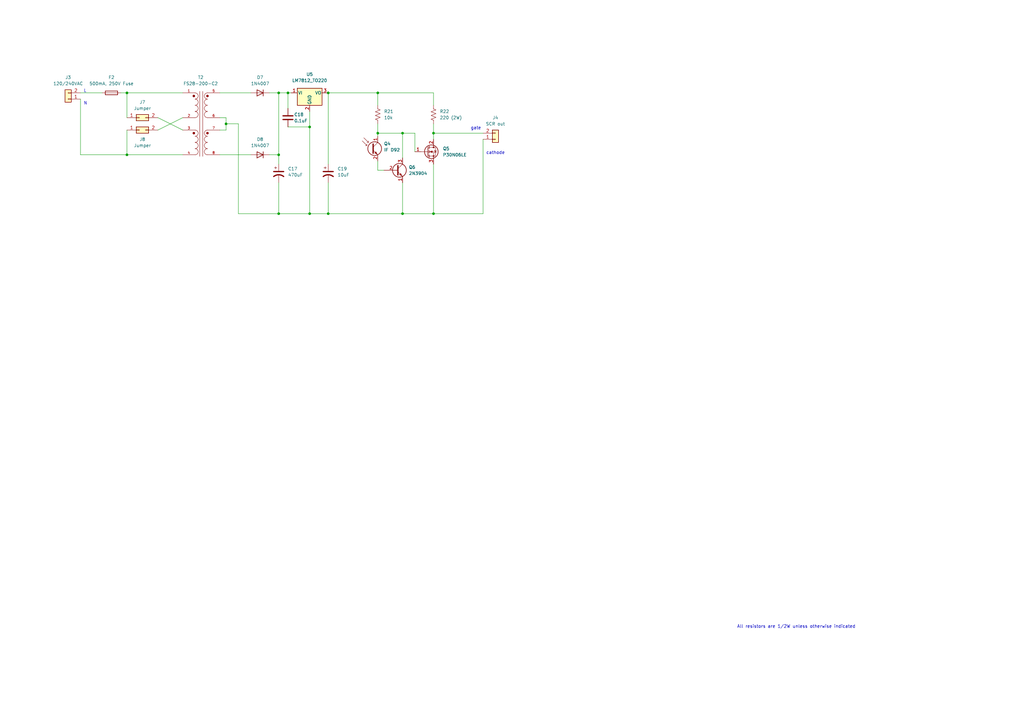
<source format=kicad_sch>
(kicad_sch (version 20211123) (generator eeschema)
  (paper "A3")
  (lib_symbols
    (symbol "Connector_Generic:Conn_01x02" (pin_names (offset 1.016) hide)
      (property "Reference" "J" (at 0 2.54 0))
      (property "Value" "Conn_01x02" (at 0 -5.08 0))
      (symbol "Conn_01x02_1_1"
        (rectangle (start -1.27 -2.413) (end 0 -2.667) (stroke (width 0.1524)))
        (rectangle (start -1.27 0.127) (end 0 -0.127) (stroke (width 0.1524)))
        (rectangle (start -1.27 1.27) (end 1.27 -3.81) (stroke (width 0.254)) (fill (type background)))
        (pin passive line (at -5.08 0 0) (length 3.81) (name "Pin_1") (number "1"))
        (pin passive line (at -5.08 -2.54 0) (length 3.81) (name "Pin_2") (number "2"))
      )
    )
    (symbol "Connector_Generic:Conn_02x01" (pin_names (offset 1.016) hide)
      (property "Reference" "J" (at 1.27 2.54 0))
      (property "Value" "Conn_02x01" (at 1.27 -2.54 0))
      (symbol "Conn_02x01_1_1"
        (rectangle (start -1.27 0.127) (end 0 -0.127) (stroke (width 0.1524)))
        (rectangle (start -1.27 1.27) (end 3.81 -1.27) (stroke (width 0.254)) (fill (type background)))
        (rectangle (start 3.81 0.127) (end 2.54 -0.127) (stroke (width 0.1524)))
        (pin passive line (at -5.08 0 0) (length 3.81) (name "Pin_1") (number "1"))
        (pin passive line (at 7.62 0 180) (length 3.81) (name "Pin_2") (number "2"))
      )
    )
    (symbol "Device:C" (pin_numbers hide) (pin_names (offset 0.254))
      (property "Reference" "C" (at 0.635 2.54 0))
      (property "Value" "C" (at 0.635 -2.54 0))
      (symbol "C_0_1"
        (polyline (pts (xy -2.032 -0.762) (xy 2.032 -0.762)) (stroke (width 0.508)))
        (polyline (pts (xy -2.032 0.762) (xy 2.032 0.762)) (stroke (width 0.508)))
      )
      (symbol "C_1_1"
        (pin passive line (at 0 3.81 270) (length 2.794) (name "~") (number "1"))
        (pin passive line (at 0 -3.81 90) (length 2.794) (name "~") (number "2"))
      )
    )
    (symbol "Device:C_Polarized_US" (pin_numbers hide) (pin_names (offset 0.254) hide)
      (property "Reference" "C" (at 0.635 2.54 0))
      (property "Value" "C_Polarized_US" (at 0.635 -2.54 0))
      (symbol "C_Polarized_US_0_1"
        (polyline (pts (xy -2.032 0.762) (xy 2.032 0.762)) (stroke (width 0.508)))
        (polyline (pts (xy -1.778 2.286) (xy -0.762 2.286)))
        (polyline (pts (xy -1.27 1.778) (xy -1.27 2.794)))
        (arc (start 2.032 -1.27) (mid 0 -0.5572) (end -2.032 -1.27) (stroke (width 0.508)))
      )
      (symbol "C_Polarized_US_1_1"
        (pin passive line (at 0 3.81 270) (length 2.794) (name "~") (number "1"))
        (pin passive line (at 0 -3.81 90) (length 3.302) (name "~") (number "2"))
      )
    )
    (symbol "Device:Fuse" (pin_numbers hide) (pin_names (offset 0))
      (property "Reference" "F" (at 2.032 0 90))
      (property "Value" "Fuse" (at -1.905 0 90))
      (symbol "Fuse_0_1"
        (rectangle (start -0.762 -2.54) (end 0.762 2.54) (stroke (width 0.254)))
        (polyline (pts (xy 0 2.54) (xy 0 -2.54)))
      )
      (symbol "Fuse_1_1"
        (pin passive line (at 0 3.81 270) (length 1.27) (name "~") (number "1"))
        (pin passive line (at 0 -3.81 90) (length 1.27) (name "~") (number "2"))
      )
    )
    (symbol "Device:Q_NMOS_GDS" (pin_names (offset 0) hide)
      (property "Reference" "Q" (at 5.08 1.27 0))
      (property "Value" "Q_NMOS_GDS" (at 5.08 -1.27 0))
      (symbol "Q_NMOS_GDS_0_1"
        (polyline (pts (xy 0.254 0) (xy -2.54 0)))
        (polyline (pts (xy 0.254 1.905) (xy 0.254 -1.905)) (stroke (width 0.254)))
        (polyline (pts (xy 0.762 -1.27) (xy 0.762 -2.286)) (stroke (width 0.254)))
        (polyline (pts (xy 0.762 0.508) (xy 0.762 -0.508)) (stroke (width 0.254)))
        (polyline (pts (xy 0.762 2.286) (xy 0.762 1.27)) (stroke (width 0.254)))
        (polyline (pts (xy 2.54 2.54) (xy 2.54 1.778)))
        (polyline (pts (xy 2.54 -2.54) (xy 2.54 0) (xy 0.762 0)))
        (polyline (pts (xy 0.762 -1.778) (xy 3.302 -1.778) (xy 3.302 1.778) (xy 0.762 1.778)))
        (polyline (pts (xy 1.016 0) (xy 2.032 0.381) (xy 2.032 -0.381) (xy 1.016 0)) (fill (type outline)))
        (polyline (pts (xy 2.794 0.508) (xy 2.921 0.381) (xy 3.683 0.381) (xy 3.81 0.254)))
        (polyline (pts (xy 3.302 0.381) (xy 2.921 -0.254) (xy 3.683 -0.254) (xy 3.302 0.381)))
        (circle (center 1.651 0) (radius 2.794) (stroke (width 0.254)))
        (circle (center 2.54 -1.778) (radius 0.254) (fill (type outline)))
        (circle (center 2.54 1.778) (radius 0.254) (fill (type outline)))
      )
      (symbol "Q_NMOS_GDS_1_1"
        (pin input line (at -5.08 0 0) (length 2.54) (name "G") (number "1"))
        (pin passive line (at 2.54 5.08 270) (length 2.54) (name "D") (number "2"))
        (pin passive line (at 2.54 -5.08 90) (length 2.54) (name "S") (number "3"))
      )
    )
    (symbol "Device:Q_Photo_NPN" (pin_names (offset 0) hide)
      (property "Reference" "Q" (at 5.08 1.27 0))
      (property "Value" "Q_Photo_NPN" (at 5.08 -1.27 0))
      (symbol "Q_Photo_NPN_0_1"
        (polyline (pts (xy -1.905 1.27) (xy -2.54 1.27)))
        (polyline (pts (xy -1.27 2.54) (xy -1.905 2.54)))
        (polyline (pts (xy 0.635 0.635) (xy 2.54 2.54)))
        (polyline (pts (xy -3.81 3.175) (xy -1.905 1.27) (xy -1.905 1.905)))
        (polyline (pts (xy -3.175 4.445) (xy -1.27 2.54) (xy -1.27 3.175)))
        (polyline (pts (xy 0.635 -0.635) (xy 2.54 -2.54) (xy 2.54 -2.54)))
        (polyline (pts (xy 0.635 1.905) (xy 0.635 -1.905) (xy 0.635 -1.905)) (stroke (width 0.508)))
        (polyline (pts (xy 1.27 -1.778) (xy 1.778 -1.27) (xy 2.286 -2.286) (xy 1.27 -1.778) (xy 1.27 -1.778)) (fill (type outline)))
        (circle (center 1.27 0) (radius 2.8194) (stroke (width 0.254)))
      )
      (symbol "Q_Photo_NPN_1_1"
        (pin passive line (at 2.54 5.08 270) (length 2.54) (name "C") (number "1"))
        (pin passive line (at 2.54 -5.08 90) (length 2.54) (name "E") (number "2"))
      )
    )
    (symbol "Device:R_US" (pin_numbers hide) (pin_names (offset 0))
      (property "Reference" "R" (at 2.54 0 90))
      (property "Value" "R_US" (at -2.54 0 90))
      (symbol "R_US_0_1"
        (polyline (pts (xy 0 -2.286) (xy 0 -2.54)))
        (polyline (pts (xy 0 2.286) (xy 0 2.54)))
        (polyline (pts (xy 0 -0.762) (xy 1.016 -1.143) (xy 0 -1.524) (xy -1.016 -1.905) (xy 0 -2.286)))
        (polyline (pts (xy 0 0.762) (xy 1.016 0.381) (xy 0 0) (xy -1.016 -0.381) (xy 0 -0.762)))
        (polyline (pts (xy 0 2.286) (xy 1.016 1.905) (xy 0 1.524) (xy -1.016 1.143) (xy 0 0.762)))
      )
      (symbol "R_US_1_1"
        (pin passive line (at 0 3.81 270) (length 1.27) (name "~") (number "1"))
        (pin passive line (at 0 -3.81 90) (length 1.27) (name "~") (number "2"))
      )
    )
    (symbol "Diode:1N4007" (pin_numbers hide) (pin_names (offset 1.016) hide)
      (property "Reference" "D" (at 0 2.54 0))
      (property "Value" "1N4007" (at 0 -2.54 0))
      (symbol "1N4007_0_1"
        (polyline (pts (xy -1.27 1.27) (xy -1.27 -1.27)) (stroke (width 0.254)))
        (polyline (pts (xy 1.27 0) (xy -1.27 0)))
        (polyline (pts (xy 1.27 1.27) (xy 1.27 -1.27) (xy -1.27 0) (xy 1.27 1.27)) (stroke (width 0.254)))
      )
      (symbol "1N4007_1_1"
        (pin passive line (at -3.81 0 0) (length 2.54) (name "K") (number "1"))
        (pin passive line (at 3.81 0 180) (length 2.54) (name "A") (number "2"))
      )
    )
    (symbol "FS28-200-C2:FS28-200-C2" (pin_names (offset 1.016) hide)
      (property "Reference" "T" (at -5.08 15.24 0))
      (property "Value" "FS28-200-C2" (at -5.08 -17.78 0))
      (symbol "FS28-200-C2_0_0"
        (circle (center -3.048 -3.81) (radius 0.254) (stroke (width 0.508)))
        (circle (center -3.048 11.43) (radius 0.254) (stroke (width 0.508)))
        (arc (start -2.54 -12.7) (mid -1.27 -11.43) (end -2.54 -10.16) (stroke (width 0.1524)))
        (arc (start -2.54 -10.16) (mid -1.27 -8.89) (end -2.54 -7.62) (stroke (width 0.1524)))
        (arc (start -2.54 -7.62) (mid -1.27 -6.35) (end -2.54 -5.08) (stroke (width 0.1524)))
        (arc (start -2.54 -5.08) (mid -1.27 -3.81) (end -2.54 -2.54) (stroke (width 0.1524)))
        (arc (start -2.54 2.54) (mid -1.27 3.81) (end -2.54 5.08) (stroke (width 0.1524)))
        (arc (start -2.54 5.08) (mid -1.27 6.35) (end -2.54 7.62) (stroke (width 0.1524)))
        (arc (start -2.54 7.62) (mid -1.27 8.89) (end -2.54 10.16) (stroke (width 0.1524)))
        (arc (start -2.54 10.16) (mid -1.27 11.43) (end -2.54 12.7) (stroke (width 0.1524)))
        (polyline (pts (xy -0.635 13.335) (xy -0.635 -13.335)) (stroke (width 0.1524)))
        (polyline (pts (xy 0.635 13.335) (xy 0.635 -13.335)) (stroke (width 0.1524)))
        (arc (start 2.54 -10.16) (mid 1.27 -11.43) (end 2.54 -12.7) (stroke (width 0.1524)))
        (arc (start 2.54 -7.62) (mid 1.27 -8.89) (end 2.54 -10.16) (stroke (width 0.1524)))
        (arc (start 2.54 -5.08) (mid 1.27 -6.35) (end 2.54 -7.62) (stroke (width 0.1524)))
        (circle (center 2.54 -3.81) (radius 0.254) (stroke (width 0.508)))
        (arc (start 2.54 -2.54) (mid 1.27 -3.81) (end 2.54 -5.08) (stroke (width 0.1524)))
        (arc (start 2.54 5.08) (mid 1.27 3.81) (end 2.54 2.54) (stroke (width 0.1524)))
        (arc (start 2.54 7.62) (mid 1.27 6.35) (end 2.54 5.08) (stroke (width 0.1524)))
        (arc (start 2.54 10.16) (mid 1.27 8.89) (end 2.54 7.62) (stroke (width 0.1524)))
        (circle (center 2.54 11.43) (radius 0.254) (stroke (width 0.508)))
        (arc (start 2.54 12.7) (mid 1.27 11.43) (end 2.54 10.16) (stroke (width 0.1524)))
        (pin passive line (at -7.62 12.7 0) (length 5.08) (name "~") (number "1"))
        (pin passive line (at -7.62 2.54 0) (length 5.08) (name "~") (number "2"))
        (pin passive line (at -7.62 -2.54 0) (length 5.08) (name "~") (number "3"))
        (pin passive line (at -7.62 -12.7 0) (length 5.08) (name "~") (number "4"))
        (pin passive line (at 7.62 12.7 180) (length 5.08) (name "~") (number "5"))
        (pin passive line (at 7.62 2.54 180) (length 5.08) (name "~") (number "6"))
        (pin passive line (at 7.62 -2.54 180) (length 5.08) (name "~") (number "7"))
        (pin passive line (at 7.62 -12.7 180) (length 5.08) (name "~") (number "8"))
      )
    )
    (symbol "Regulator_Linear:LM7812_TO220" (pin_names (offset 0.254))
      (property "Reference" "U" (at -3.81 3.175 0))
      (property "Value" "LM7812_TO220" (at 0 3.175 0))
      (symbol "LM7812_TO220_0_1"
        (rectangle (start -5.08 1.905) (end 5.08 -5.08) (stroke (width 0.254)) (fill (type background)))
      )
      (symbol "LM7812_TO220_1_1"
        (pin power_in line (at -7.62 0 0) (length 2.54) (name "VI") (number "1"))
        (pin power_in line (at 0 -7.62 90) (length 2.54) (name "GND") (number "2"))
        (pin power_out line (at 7.62 0 180) (length 2.54) (name "VO") (number "3"))
      )
    )
    (symbol "Transistor_BJT:2N3904" (pin_names (offset 0) hide)
      (property "Reference" "Q" (at 5.08 1.905 0))
      (property "Value" "2N3904" (at 5.08 0 0))
      (symbol "2N3904_0_1"
        (polyline (pts (xy 0.635 0.635) (xy 2.54 2.54)))
        (polyline (pts (xy 0.635 -0.635) (xy 2.54 -2.54) (xy 2.54 -2.54)))
        (polyline (pts (xy 0.635 1.905) (xy 0.635 -1.905) (xy 0.635 -1.905)) (stroke (width 0.508)))
        (polyline (pts (xy 1.27 -1.778) (xy 1.778 -1.27) (xy 2.286 -2.286) (xy 1.27 -1.778) (xy 1.27 -1.778)) (fill (type outline)))
        (circle (center 1.27 0) (radius 2.8194) (stroke (width 0.254)))
      )
      (symbol "2N3904_1_1"
        (pin passive line (at 2.54 -5.08 90) (length 2.54) (name "E") (number "1"))
        (pin passive line (at -5.08 0 0) (length 5.715) (name "B") (number "2"))
        (pin passive line (at 2.54 5.08 270) (length 2.54) (name "C") (number "3"))
      )
    )
  )
  (junction (at 52.07 38.1))
  (junction (at 114.3 38.1))
  (junction (at 114.3 87.63))
  (junction (at 118.11 38.1))
  (junction (at 127 87.63))
  (junction (at 92.71 50.8))
  (junction (at 134.62 38.1))
  (junction (at 154.94 54.61))
  (junction (at 114.3 63.5))
  (junction (at 52.07 63.5))
  (junction (at 165.1 87.63))
  (junction (at 177.8 87.63))
  (junction (at 177.8 54.61))
  (junction (at 154.94 38.1))
  (junction (at 127 52.07))
  (junction (at 165.1 54.61))
  (junction (at 134.62 87.63))
  (wire (pts (xy 134.62 74.93) (xy 134.62 87.63)))
  (wire (pts (xy 110.49 38.1) (xy 114.3 38.1)))
  (wire (pts (xy 198.12 57.15) (xy 198.12 87.63)))
  (wire (pts (xy 33.02 38.1) (xy 41.91 38.1)))
  (wire (pts (xy 49.53 38.1) (xy 52.07 38.1)))
  (wire (pts (xy 97.79 50.8) (xy 97.79 87.63)))
  (wire (pts (xy 118.11 38.1) (xy 119.38 38.1)))
  (wire (pts (xy 97.79 87.63) (xy 114.3 87.63)))
  (wire (pts (xy 177.8 87.63) (xy 177.8 67.31)))
  (wire (pts (xy 127 52.07) (xy 127 45.72)))
  (wire (pts (xy 154.94 54.61) (xy 154.94 55.88)))
  (wire (pts (xy 127 87.63) (xy 114.3 87.63)))
  (wire (pts (xy 52.07 38.1) (xy 52.07 48.26)))
  (wire (pts (xy 154.94 38.1) (xy 177.8 38.1)))
  (wire (pts (xy 118.11 44.45) (xy 118.11 38.1)))
  (wire (pts (xy 127 52.07) (xy 127 87.63)))
  (wire (pts (xy 92.71 50.8) (xy 92.71 53.34)))
  (wire (pts (xy 165.1 74.93) (xy 165.1 87.63)))
  (wire (pts (xy 134.62 87.63) (xy 127 87.63)))
  (wire (pts (xy 92.71 50.8) (xy 97.79 50.8)))
  (wire (pts (xy 170.18 54.61) (xy 165.1 54.61)))
  (wire (pts (xy 177.8 38.1) (xy 177.8 43.18)))
  (wire (pts (xy 165.1 54.61) (xy 165.1 64.77)))
  (wire (pts (xy 134.62 38.1) (xy 154.94 38.1)))
  (wire (pts (xy 170.18 62.23) (xy 170.18 54.61)))
  (wire (pts (xy 64.77 53.34) (xy 74.93 48.26)))
  (wire (pts (xy 52.07 38.1) (xy 74.93 38.1)))
  (wire (pts (xy 177.8 54.61) (xy 177.8 57.15)))
  (wire (pts (xy 33.02 63.5) (xy 33.02 40.64)))
  (wire (pts (xy 90.17 63.5) (xy 102.87 63.5)))
  (wire (pts (xy 198.12 87.63) (xy 177.8 87.63)))
  (wire (pts (xy 154.94 50.8) (xy 154.94 54.61)))
  (wire (pts (xy 134.62 87.63) (xy 165.1 87.63)))
  (wire (pts (xy 177.8 54.61) (xy 198.12 54.61)))
  (wire (pts (xy 154.94 38.1) (xy 154.94 43.18)))
  (wire (pts (xy 90.17 48.26) (xy 92.71 48.26)))
  (wire (pts (xy 92.71 53.34) (xy 90.17 53.34)))
  (wire (pts (xy 52.07 63.5) (xy 74.93 63.5)))
  (wire (pts (xy 134.62 38.1) (xy 134.62 67.31)))
  (wire (pts (xy 114.3 74.93) (xy 114.3 87.63)))
  (wire (pts (xy 64.77 48.26) (xy 74.93 53.34)))
  (wire (pts (xy 177.8 50.8) (xy 177.8 54.61)))
  (wire (pts (xy 52.07 53.34) (xy 52.07 63.5)))
  (wire (pts (xy 157.48 69.85) (xy 154.94 69.85)))
  (wire (pts (xy 90.17 38.1) (xy 102.87 38.1)))
  (wire (pts (xy 92.71 48.26) (xy 92.71 50.8)))
  (wire (pts (xy 114.3 38.1) (xy 114.3 63.5)))
  (wire (pts (xy 114.3 38.1) (xy 118.11 38.1)))
  (wire (pts (xy 110.49 63.5) (xy 114.3 63.5)))
  (wire (pts (xy 165.1 87.63) (xy 177.8 87.63)))
  (wire (pts (xy 114.3 63.5) (xy 114.3 67.31)))
  (wire (pts (xy 154.94 69.85) (xy 154.94 66.04)))
  (wire (pts (xy 118.11 52.07) (xy 127 52.07)))
  (wire (pts (xy 165.1 54.61) (xy 154.94 54.61)))
  (wire (pts (xy 33.02 63.5) (xy 52.07 63.5)))
  (text "gate" (at 193.04 53.34 0) (effects (font (size 1.27 1.27)) (justify left bottom)))
  (text "cathode" (at 199.39 63.5 0) (effects (font (size 1.27 1.27)) (justify left bottom)))
  (text "L" (at 34.29 38.1 0) (effects (font (size 1.27 1.27)) (justify left bottom)))
  (text "All resistors are 1/2W unless otherwise indicated" (at 302.26 257.81 0) (effects (font (size 1.27 1.27)) (justify left bottom)))
  (text "N" (at 34.29 43.18 0) (effects (font (size 1.27 1.27)) (justify left bottom)))
  (symbol (lib_id "Connector_Generic:Conn_01x02") (at 203.2 57.15 0) (mirror x) (unit 1)
    (property "Reference" "J4" (at 203.2 48.26 0))
    (property "Value" "SCR out" (at 203.2 50.8 0))
    (property "Footprint" "TB007-508-02GR:CUI_TB007-508-02GR" (effects hide))
  )
  (symbol (lib_id "Device:Q_Photo_NPN") (at 152.4 60.96 0) (unit 1)
    (property "Reference" "Q4" (at 157.48 58.9406 0) (effects (justify left)))
    (property "Value" "IF D92" (at 157.48 61.4806 0) (effects (justify left)))
    (property "Footprint" "IF-E91A:IF-E91A" (effects hide))
  )
  (symbol (lib_id "Diode:1N4007") (at 106.68 38.1 180) (unit 1)
    (property "Reference" "D7" (at 106.68 31.75 0))
    (property "Value" "1N4007" (at 106.68 34.29 0))
    (property "Footprint" "Diode_THT:D_DO-41_SOD81_P10.16mm_Horizontal" (effects hide))
    (property "Datasheet" "http://www.vishay.com/docs/88503/1n4001.pdf" (effects hide))
    (property "Spice_Primitive" "D" (effects hide))
    (property "Spice_Model" "1N4007" (effects hide))
    (property "Spice_Netlist_Enabled" "Y" (effects hide))
    (property "Spice_Lib_File" "/media/nick/3TB_HDD/College Documents/Personal/Coil Labs Files/kicad_spice_library/Models/Diode/DIODE2.lib" (effects hide))
  )
  (symbol (lib_id "Regulator_Linear:LM7812_TO220") (at 127 38.1 0) (unit 1)
    (property "Reference" "U5" (at 127 30.48 0))
    (property "Value" "LM7812_TO220" (at 127 33.02 0))
    (property "Footprint" "Package_TO_SOT_THT:TO-220-3_Vertical" (effects hide))
    (property "Datasheet" "https://www.onsemi.cn/PowerSolutions/document/MC7800-D.PDF" (effects hide))
    (property "Spice_Primitive" "X" (effects hide))
    (property "Spice_Model" "LM7812" (effects hide))
    (property "Spice_Netlist_Enabled" "Y" (effects hide))
    (property "Spice_Lib_File" "/media/nick/3TB_HDD/College Documents/Personal/Coil Labs Files/kicad_spice_library/Models/uncategorized/Bordodynovs Electronics Lib/sub/regulators.lib" (effects hide))
  )
  (symbol (lib_id "Device:C_Polarized_US") (at 134.62 71.12 0) (unit 1)
    (property "Reference" "C19" (at 138.43 69.2149 0) (effects (justify left)))
    (property "Value" "10uF" (at 138.43 71.7549 0) (effects (justify left)))
    (property "Footprint" "Capacitor_THT:CP_Radial_D5.0mm_P2.00mm" (effects hide))
    (property "Spice_Primitive" "C" (effects hide))
    (property "Spice_Model" "10u" (effects hide))
    (property "Spice_Netlist_Enabled" "Y" (effects hide))
  )
  (symbol (lib_id "Connector_Generic:Conn_02x01") (at 57.15 48.26 0) (unit 1)
    (property "Reference" "J7" (at 58.42 41.91 0))
    (property "Value" "Jumper" (at 58.42 44.45 0))
    (property "Footprint" "Connector_PinHeader_2.54mm:PinHeader_2x01_P2.54mm_Vertical" (effects hide))
  )
  (symbol (lib_id "FS28-200-C2:FS28-200-C2") (at 82.55 50.8 0) (unit 1)
    (property "Reference" "T2" (at 82.296 31.75 0))
    (property "Value" "FS28-200-C2" (at 82.296 34.29 0))
    (property "Footprint" "FS28-200-C2:TRANSFORMER_FS28-200-C2" (effects hide))
    (property "MANUFACTURER" "Triad" (effects hide))
    (property "STANDARD" "Manufacturer Recommendations" (effects hide))
  )
  (symbol (lib_id "Connector_Generic:Conn_01x02") (at 27.94 40.64 180) (unit 1)
    (property "Reference" "J3" (at 27.94 31.75 0))
    (property "Value" "120/240VAC" (at 27.94 34.29 0))
    (property "Footprint" "Connector_Wire:SolderWire-1sqmm_1x02_P5.4mm_D1.4mm_OD2.7mm" (effects hide))
  )
  (symbol (lib_id "Device:Q_NMOS_GDS") (at 175.26 62.23 0) (unit 1)
    (property "Reference" "Q5" (at 181.61 60.9599 0) (effects (justify left)))
    (property "Value" "P30N06LE" (at 181.61 63.4999 0) (effects (justify left)))
    (property "Footprint" "Package_TO_SOT_THT:TO-220-3_Vertical" (effects hide))
  )
  (symbol (lib_id "Connector_Generic:Conn_02x01") (at 57.15 53.34 0) (unit 1)
    (property "Reference" "J8" (at 58.42 57.15 0))
    (property "Value" "Jumper" (at 58.42 59.69 0))
    (property "Footprint" "Connector_PinHeader_2.54mm:PinHeader_2x01_P2.54mm_Vertical" (effects hide))
  )
  (symbol (lib_id "Device:R_US") (at 154.94 46.99 0) (unit 1)
    (property "Reference" "R21" (at 157.48 45.7199 0) (effects (justify left)))
    (property "Value" "10k" (at 157.48 48.2599 0) (effects (justify left)))
    (property "Footprint" "Resistor_THT:R_Axial_DIN0309_L9.0mm_D3.2mm_P12.70mm_Horizontal" (effects hide))
  )
  (symbol (lib_id "Diode:1N4007") (at 106.68 63.5 180) (unit 1)
    (property "Reference" "D8" (at 106.68 57.15 0))
    (property "Value" "1N4007" (at 106.68 59.69 0))
    (property "Footprint" "Diode_THT:D_DO-41_SOD81_P10.16mm_Horizontal" (effects hide))
    (property "Datasheet" "http://www.vishay.com/docs/88503/1n4001.pdf" (effects hide))
    (property "Spice_Primitive" "D" (effects hide))
    (property "Spice_Model" "1N4007" (effects hide))
    (property "Spice_Netlist_Enabled" "Y" (effects hide))
    (property "Spice_Lib_File" "/media/nick/3TB_HDD/College Documents/Personal/Coil Labs Files/kicad_spice_library/Models/Diode/DIODE2.lib" (effects hide))
  )
  (symbol (lib_id "Transistor_BJT:2N3904") (at 162.56 69.85 0) (unit 1)
    (property "Reference" "Q6" (at 167.64 68.5799 0) (effects (justify left)))
    (property "Value" "2N3904" (at 167.64 71.1199 0) (effects (justify left)))
    (property "Footprint" "Package_TO_SOT_THT:TO-92_Inline" (effects hide))
    (property "Datasheet" "https://www.onsemi.com/pub/Collateral/2N3903-D.PDF" (effects hide))
    (property "Spice_Primitive" "Q" (effects hide))
    (property "Spice_Model" "2N3904" (effects hide))
    (property "Spice_Netlist_Enabled" "Y" (effects hide))
    (property "Spice_Lib_File" "/media/nick/3TB_HDD/College Documents/Personal/Coil Labs Files/kicad_spice_library/Models/Transistor/BJT/BJT.lib" (effects hide))
  )
  (symbol (lib_id "Device:C") (at 118.11 48.26 0) (unit 1)
    (property "Reference" "C18" (at 120.65 46.99 0) (effects (justify left)))
    (property "Value" "0.1uF" (at 120.65 49.53 0) (effects (justify left)))
    (property "Footprint" "Capacitor_THT:C_Disc_D4.7mm_W2.5mm_P5.00mm" (effects hide))
    (property "Spice_Primitive" "C" (effects hide))
    (property "Spice_Model" "0.1u" (effects hide))
    (property "Spice_Netlist_Enabled" "Y" (effects hide))
  )
  (symbol (lib_id "Device:Fuse") (at 45.72 38.1 90) (unit 1)
    (property "Reference" "F2" (at 45.72 31.75 90))
    (property "Value" "500mA, 250V Fuse" (at 45.72 34.29 90))
    (property "Footprint" "0PTF0078P:0PTF0078P" (effects hide))
  )
  (symbol (lib_id "Device:R_US") (at 177.8 46.99 0) (unit 1)
    (property "Reference" "R22" (at 180.34 45.7199 0) (effects (justify left)))
    (property "Value" "220 (2W)" (at 180.34 48.2599 0) (effects (justify left)))
    (property "Footprint" "Resistor_THT:R_Axial_DIN0516_L15.5mm_D5.0mm_P20.32mm_Horizontal" (effects hide))
  )
  (symbol (lib_id "Device:C_Polarized_US") (at 114.3 71.12 0) (unit 1)
    (property "Reference" "C17" (at 118.11 69.2149 0) (effects (justify left)))
    (property "Value" "470uF" (at 118.11 71.7549 0) (effects (justify left)))
    (property "Footprint" "Capacitor_THT:CP_Radial_D10.0mm_P5.00mm" (effects hide))
    (property "Spice_Primitive" "C" (effects hide))
    (property "Spice_Model" "470u" (effects hide))
    (property "Spice_Netlist_Enabled" "Y" (effects hide))
  )
)
</source>
